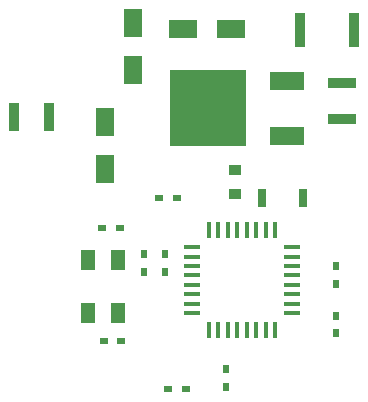
<source format=gtp>
%TF.GenerationSoftware,KiCad,Pcbnew,4.0.4+e1-6308~48~ubuntu16.04.1-stable*%
%TF.CreationDate,2016-12-31T12:45:26-08:00*%
%TF.ProjectId,atmega328,61746D6567613332382E6B696361645F,1.2*%
%TF.FileFunction,Paste,Top*%
%FSLAX46Y46*%
G04 Gerber Fmt 4.6, Leading zero omitted, Abs format (unit mm)*
G04 Created by KiCad (PCBNEW 4.0.4+e1-6308~48~ubuntu16.04.1-stable) date Sat Dec 31 12:45:26 2016*
%MOMM*%
%LPD*%
G01*
G04 APERTURE LIST*
%ADD10C,0.350000*%
%ADD11R,1.097600X0.847600*%
%ADD12R,0.647600X0.597600*%
%ADD13R,0.847600X2.847600*%
%ADD14R,1.648460X2.346960*%
%ADD15R,2.346960X1.648460*%
%ADD16R,0.597600X0.647600*%
%ADD17R,0.847600X2.347600*%
%ADD18R,2.347600X0.847600*%
%ADD19R,1.244600X1.752600*%
%ADD20R,2.895600X1.498600*%
%ADD21R,6.548120X6.548120*%
%ADD22R,0.647600X1.547600*%
%ADD23R,1.447600X0.397600*%
%ADD24R,0.397600X1.447600*%
G04 APERTURE END LIST*
D10*
D11*
X127889000Y-101870000D03*
X127889000Y-103870000D03*
D12*
X122186000Y-120396000D03*
X123686000Y-120396000D03*
D13*
X137936000Y-90043000D03*
X133336000Y-90043000D03*
D14*
X116840000Y-101820980D03*
X116840000Y-97823020D03*
D15*
X127474980Y-89916000D03*
X123477020Y-89916000D03*
D14*
X119253000Y-89441020D03*
X119253000Y-93438980D03*
D16*
X136398000Y-114185000D03*
X136398000Y-115685000D03*
X120142000Y-110478000D03*
X120142000Y-108978000D03*
X121920000Y-110490000D03*
X121920000Y-108990000D03*
D17*
X112117000Y-97409000D03*
X109117000Y-97409000D03*
D16*
X136398000Y-111494000D03*
X136398000Y-109994000D03*
D12*
X118225000Y-116332000D03*
X116725000Y-116332000D03*
X116610000Y-106807000D03*
X118110000Y-106807000D03*
D18*
X136906000Y-94512000D03*
X136906000Y-97512000D03*
D12*
X122924000Y-104267000D03*
X121424000Y-104267000D03*
D16*
X127127000Y-118745000D03*
X127127000Y-120245000D03*
D19*
X117906800Y-113969800D03*
X117906800Y-109499400D03*
X115417600Y-113969800D03*
X115417600Y-109499400D03*
D20*
X132252720Y-98948240D03*
D21*
X125603000Y-96647000D03*
D20*
X132252720Y-94345760D03*
D22*
X130175000Y-104267000D03*
X133575000Y-104267000D03*
D23*
X124197800Y-108393000D03*
X124197800Y-109193000D03*
X124197800Y-109993000D03*
X124197800Y-110793000D03*
X124197800Y-111593000D03*
X124197800Y-112393000D03*
X124197800Y-113193000D03*
X124197800Y-113993000D03*
D24*
X125647800Y-115443000D03*
X126447800Y-115443000D03*
X127247800Y-115443000D03*
X128047800Y-115443000D03*
X128847800Y-115443000D03*
X129647800Y-115443000D03*
X130447800Y-115443000D03*
X131247800Y-115443000D03*
D23*
X132697800Y-113993000D03*
X132697800Y-113193000D03*
X132697800Y-112393000D03*
X132697800Y-111593000D03*
X132697800Y-110793000D03*
X132697800Y-109993000D03*
X132697800Y-109193000D03*
X132697800Y-108393000D03*
D24*
X131247800Y-106943000D03*
X130447800Y-106943000D03*
X129647800Y-106943000D03*
X128847800Y-106943000D03*
X128047800Y-106943000D03*
X127247800Y-106943000D03*
X126447800Y-106943000D03*
X125647800Y-106943000D03*
M02*

</source>
